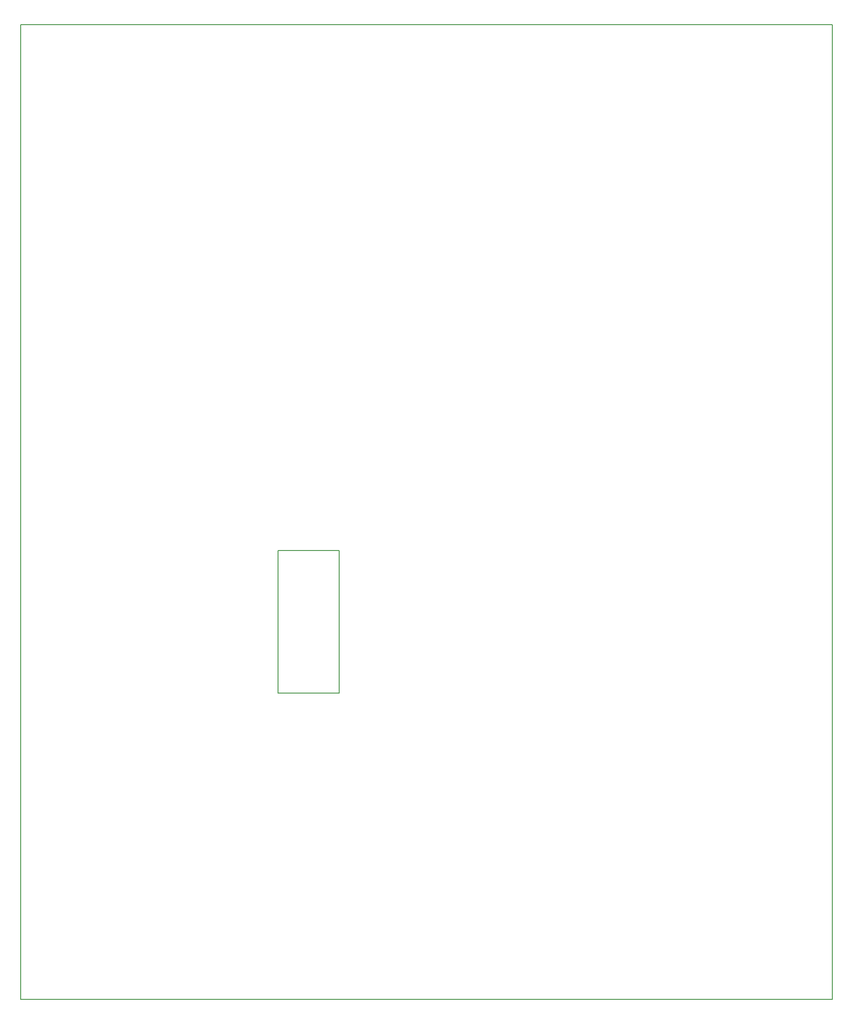
<source format=gbr>
G04 #@! TF.GenerationSoftware,KiCad,Pcbnew,(2017-09-19 revision dddaa7e69)-makepkg*
G04 #@! TF.CreationDate,2017-11-12T19:58:56+01:00*
G04 #@! TF.ProjectId,G2,47322E6B696361645F70636200000000,rev?*
G04 #@! TF.SameCoordinates,Original*
G04 #@! TF.FileFunction,Profile,NP*
%FSLAX46Y46*%
G04 Gerber Fmt 4.6, Leading zero omitted, Abs format (unit mm)*
G04 Created by KiCad (PCBNEW (2017-09-19 revision dddaa7e69)-makepkg) date 11/12/17 19:58:56*
%MOMM*%
%LPD*%
G01*
G04 APERTURE LIST*
%ADD10C,0.150000*%
G04 APERTURE END LIST*
D10*
X61890000Y-140990000D02*
X61890000Y-113590000D01*
X73690000Y-140990000D02*
X61890000Y-140990000D01*
X73690000Y-113590000D02*
X73690000Y-140990000D01*
X61890000Y-113590000D02*
X73690000Y-113590000D01*
X12406200Y-199923800D02*
X168590800Y-199923800D01*
X168600000Y-12400000D02*
X168590800Y-199923800D01*
X12400000Y-12400000D02*
X12406200Y-199923800D01*
X12400000Y-12400000D02*
X168600000Y-12400000D01*
M02*

</source>
